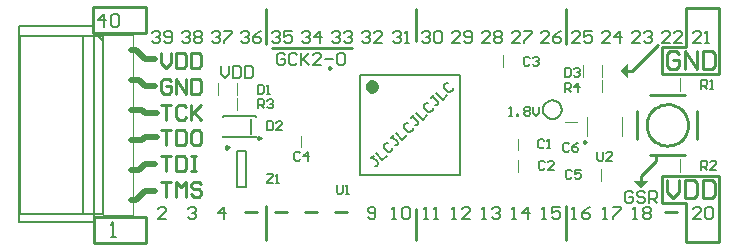
<source format=gto>
G04*
G04 #@! TF.GenerationSoftware,Altium Limited,Altium Designer,19.1.8 (144)*
G04*
G04 Layer_Color=65535*
%FSLAX25Y25*%
%MOIN*%
G70*
G01*
G75*
%ADD10C,0.00984*%
%ADD11C,0.02362*%
%ADD12C,0.01000*%
%ADD13C,0.00500*%
%ADD14C,0.00787*%
%ADD15C,0.00394*%
%ADD16C,0.02000*%
%ADD17C,0.00591*%
%ADD18C,0.00600*%
%ADD19C,0.00800*%
G36*
X202400Y16200D02*
X200000Y13800D01*
X197600Y16200D01*
X202400D01*
D02*
G37*
G36*
X195700Y50700D02*
X193300Y53100D01*
X195700Y55500D01*
Y50700D01*
D02*
G37*
D10*
X96492Y54000D02*
X95754Y54426D01*
Y53574D01*
X96492Y54000D01*
X62468Y27485D02*
X61730Y27911D01*
Y27059D01*
X62468Y27485D01*
X73092Y30600D02*
X72354Y31026D01*
Y30174D01*
X73092Y30600D01*
X181592Y29315D02*
X180854Y29741D01*
Y28889D01*
X181592Y29315D01*
D11*
X111386Y47795D02*
X110941Y48719D01*
X109942Y48947D01*
X109141Y48308D01*
Y47283D01*
X109942Y46644D01*
X110941Y46872D01*
X111386Y47795D01*
D12*
X215590Y35000D02*
X215516Y36003D01*
X215298Y36985D01*
X214938Y37924D01*
X214446Y38802D01*
X213831Y39598D01*
X213107Y40296D01*
X212289Y40881D01*
X211395Y41341D01*
X210443Y41666D01*
X209454Y41848D01*
X208448Y41885D01*
X207449Y41775D01*
X206475Y41521D01*
X205550Y41127D01*
X204691Y40603D01*
X203918Y39960D01*
X203247Y39211D01*
X202692Y38372D01*
X202265Y37461D01*
X201975Y36498D01*
X201829Y35503D01*
Y34497D01*
X201975Y33502D01*
X202265Y32539D01*
X202692Y31628D01*
X203247Y30789D01*
X203918Y30040D01*
X204691Y29397D01*
X205550Y28873D01*
X206475Y28479D01*
X207449Y28225D01*
X208448Y28115D01*
X209454Y28152D01*
X210443Y28334D01*
X211395Y28659D01*
X212289Y29119D01*
X213107Y29704D01*
X213831Y30402D01*
X214446Y31198D01*
X214938Y32076D01*
X215298Y33015D01*
X215516Y33997D01*
X215590Y35000D01*
X202795Y45039D02*
X214605D01*
X198661Y30276D02*
Y39724D01*
X218739Y30276D02*
Y39724D01*
X202795Y24961D02*
X214605D01*
X197000Y53100D02*
X205650Y61750D01*
X194900Y53100D02*
X197000D01*
X17400Y65800D02*
X35000D01*
Y74200D01*
X17400D02*
X35000D01*
X17400Y65800D02*
Y74200D01*
X215000Y-4100D02*
Y9000D01*
X207000D02*
X215000D01*
X207000D02*
Y18000D01*
X226000D01*
Y-4100D02*
Y18000D01*
X215000Y-4100D02*
X226000D01*
X215000Y74100D02*
X226000D01*
Y52000D02*
Y74100D01*
X207000Y52000D02*
X226000D01*
X207000D02*
Y61000D01*
X215000D01*
Y74100D01*
X200000Y16000D02*
Y17900D01*
X205000Y22900D01*
X75000Y62000D02*
Y73500D01*
X125000Y63000D02*
Y73500D01*
X175000Y62000D02*
Y73500D01*
Y-3500D02*
Y8000D01*
X125000Y-3500D02*
Y7000D01*
X205000Y22900D02*
Y24961D01*
X77000Y60500D02*
X103500D01*
X75000Y-3500D02*
Y8000D01*
X17500Y-4200D02*
Y4200D01*
X35000D01*
Y-4200D02*
Y4200D01*
X17500Y-4200D02*
X35000D01*
X208000Y6001D02*
X211999D01*
X98000D02*
X101999D01*
X88000D02*
X91999D01*
X78000D02*
X81999D01*
X68000D02*
X71999D01*
X208500Y16498D02*
Y12499D01*
X210499Y10500D01*
X212499Y12499D01*
Y16498D01*
X214498D02*
Y10500D01*
X217497D01*
X218497Y11500D01*
Y15498D01*
X217497Y16498D01*
X214498D01*
X220496D02*
Y10500D01*
X223495D01*
X224495Y11500D01*
Y15498D01*
X223495Y16498D01*
X220496D01*
X212499Y58498D02*
X211499Y59498D01*
X209500D01*
X208500Y58498D01*
Y54500D01*
X209500Y53500D01*
X211499D01*
X212499Y54500D01*
Y56499D01*
X210499D01*
X214498Y53500D02*
Y59498D01*
X218497Y53500D01*
Y59498D01*
X220496D02*
Y53500D01*
X223495D01*
X224495Y54500D01*
Y58498D01*
X223495Y59498D01*
X220496D01*
X40000Y15998D02*
X43332D01*
X41666D01*
Y11000D01*
X44998D02*
Y15998D01*
X46665Y14332D01*
X48331Y15998D01*
Y11000D01*
X53329Y15165D02*
X52496Y15998D01*
X50830D01*
X49997Y15165D01*
Y14332D01*
X50830Y13499D01*
X52496D01*
X53329Y12666D01*
Y11833D01*
X52496Y11000D01*
X50830D01*
X49997Y11833D01*
X40000Y24598D02*
X43332D01*
X41666D01*
Y19600D01*
X44998Y24598D02*
Y19600D01*
X47498D01*
X48331Y20433D01*
Y23765D01*
X47498Y24598D01*
X44998D01*
X49997D02*
X51663D01*
X50830D01*
Y19600D01*
X49997D01*
X51663D01*
X40000Y33198D02*
X43332D01*
X41666D01*
Y28200D01*
X44998Y33198D02*
Y28200D01*
X47498D01*
X48331Y29033D01*
Y32365D01*
X47498Y33198D01*
X44998D01*
X52496D02*
X50830D01*
X49997Y32365D01*
Y29033D01*
X50830Y28200D01*
X52496D01*
X53329Y29033D01*
Y32365D01*
X52496Y33198D01*
X40000Y41798D02*
X43332D01*
X41666D01*
Y36800D01*
X48331Y40965D02*
X47498Y41798D01*
X45831D01*
X44998Y40965D01*
Y37633D01*
X45831Y36800D01*
X47498D01*
X48331Y37633D01*
X49997Y41798D02*
Y36800D01*
Y38466D01*
X53329Y41798D01*
X50830Y39299D01*
X53329Y36800D01*
X43332Y49565D02*
X42499Y50398D01*
X40833D01*
X40000Y49565D01*
Y46233D01*
X40833Y45400D01*
X42499D01*
X43332Y46233D01*
Y47899D01*
X41666D01*
X44998Y45400D02*
Y50398D01*
X48331Y45400D01*
Y50398D01*
X49997D02*
Y45400D01*
X52496D01*
X53329Y46233D01*
Y49565D01*
X52496Y50398D01*
X49997D01*
X40000Y58998D02*
Y55666D01*
X41666Y54000D01*
X43332Y55666D01*
Y58998D01*
X44998D02*
Y54000D01*
X47498D01*
X48331Y54833D01*
Y58165D01*
X47498Y58998D01*
X44998D01*
X49997D02*
Y54000D01*
X52496D01*
X53329Y54833D01*
Y58165D01*
X52496Y58998D01*
X49997D01*
D13*
X173550Y40100D02*
X173396Y41073D01*
X172948Y41951D01*
X172251Y42648D01*
X171373Y43095D01*
X170400Y43250D01*
X169427Y43095D01*
X168549Y42648D01*
X167852Y41951D01*
X167404Y41073D01*
X167250Y40100D01*
X167404Y39127D01*
X167852Y38249D01*
X168549Y37552D01*
X169427Y37104D01*
X170400Y36950D01*
X171373Y37104D01*
X172251Y37552D01*
X172948Y38249D01*
X173396Y39127D01*
X173550Y40100D01*
X-7200Y5300D02*
X13800D01*
X-7200D02*
Y64700D01*
X13800D01*
X20500D01*
X13800Y5300D02*
Y64700D01*
X20500Y57500D02*
Y64700D01*
X18833Y64600D02*
X20500Y62933D01*
Y5300D02*
Y57500D01*
X13800Y5300D02*
X20500D01*
X69750Y32100D02*
Y37100D01*
X60550Y38100D02*
X71550D01*
X60550Y31100D02*
X71550D01*
X60550Y37800D02*
Y38100D01*
X71550Y37800D02*
Y38100D01*
X60550Y31100D02*
Y31400D01*
X71550Y31100D02*
Y31400D01*
X174500Y46000D02*
Y48999D01*
X175999D01*
X176499Y48499D01*
Y47499D01*
X175999Y47000D01*
X174500D01*
X175500D02*
X176499Y46000D01*
X178999D02*
Y48999D01*
X177499Y47499D01*
X179498D01*
X174500Y53999D02*
Y51000D01*
X175999D01*
X176499Y51500D01*
Y53499D01*
X175999Y53999D01*
X174500D01*
X177499Y53499D02*
X177999Y53999D01*
X178999D01*
X179498Y53499D01*
Y52999D01*
X178999Y52500D01*
X178499D01*
X178999D01*
X179498Y52000D01*
Y51500D01*
X178999Y51000D01*
X177999D01*
X177499Y51500D01*
X75300Y36299D02*
Y33300D01*
X76799D01*
X77299Y33800D01*
Y35799D01*
X76799Y36299D01*
X75300D01*
X80298Y33300D02*
X78299D01*
X80298Y35299D01*
Y35799D01*
X79799Y36299D01*
X78799D01*
X78299Y35799D01*
X75100Y18599D02*
X77099D01*
Y18099D01*
X75100Y16100D01*
Y15600D01*
X77099D01*
X78099D02*
X79099D01*
X78599D01*
Y18599D01*
X78099Y18099D01*
X156000Y38000D02*
X157000D01*
X156500D01*
Y40999D01*
X156000Y40499D01*
X158499Y38000D02*
Y38500D01*
X158999D01*
Y38000D01*
X158499D01*
X160998Y40499D02*
X161498Y40999D01*
X162498D01*
X162998Y40499D01*
Y39999D01*
X162498Y39500D01*
X162998Y39000D01*
Y38500D01*
X162498Y38000D01*
X161498D01*
X160998Y38500D01*
Y39000D01*
X161498Y39500D01*
X160998Y39999D01*
Y40499D01*
X161498Y39500D02*
X162498D01*
X163997Y40999D02*
Y39000D01*
X164997Y38000D01*
X165997Y39000D01*
Y40999D01*
X72300Y40600D02*
Y43599D01*
X73800D01*
X74299Y43099D01*
Y42099D01*
X73800Y41600D01*
X72300D01*
X73300D02*
X74299Y40600D01*
X75299Y43099D02*
X75799Y43599D01*
X76799D01*
X77298Y43099D01*
Y42599D01*
X76799Y42099D01*
X76299D01*
X76799D01*
X77298Y41600D01*
Y41100D01*
X76799Y40600D01*
X75799D01*
X75299Y41100D01*
X72100Y48399D02*
Y45400D01*
X73599D01*
X74099Y45900D01*
Y47899D01*
X73599Y48399D01*
X72100D01*
X75099Y45400D02*
X76099D01*
X75599D01*
Y48399D01*
X75099Y47899D01*
X175999Y28599D02*
X175499Y29099D01*
X174500D01*
X174000Y28599D01*
Y26600D01*
X174500Y26100D01*
X175499D01*
X175999Y26600D01*
X178998Y29099D02*
X177999Y28599D01*
X176999Y27599D01*
Y26600D01*
X177499Y26100D01*
X178499D01*
X178998Y26600D01*
Y27100D01*
X178499Y27599D01*
X176999D01*
X176799Y19499D02*
X176300Y19999D01*
X175300D01*
X174800Y19499D01*
Y17500D01*
X175300Y17000D01*
X176300D01*
X176799Y17500D01*
X179798Y19999D02*
X177799D01*
Y18499D01*
X178799Y18999D01*
X179299D01*
X179798Y18499D01*
Y17500D01*
X179299Y17000D01*
X178299D01*
X177799Y17500D01*
X185300Y26099D02*
Y23600D01*
X185800Y23100D01*
X186800D01*
X187299Y23600D01*
Y26099D01*
X190298Y23100D02*
X188299D01*
X190298Y25099D01*
Y25599D01*
X189799Y26099D01*
X188799D01*
X188299Y25599D01*
X220000Y20000D02*
Y22999D01*
X221499D01*
X221999Y22499D01*
Y21499D01*
X221499Y21000D01*
X220000D01*
X221000D02*
X221999Y20000D01*
X224998D02*
X222999D01*
X224998Y21999D01*
Y22499D01*
X224499Y22999D01*
X223499D01*
X222999Y22499D01*
X220000Y47000D02*
Y49999D01*
X221499D01*
X221999Y49499D01*
Y48500D01*
X221499Y48000D01*
X220000D01*
X221000D02*
X221999Y47000D01*
X222999D02*
X223999D01*
X223499D01*
Y49999D01*
X222999Y49499D01*
X86399Y25499D02*
X85900Y25999D01*
X84900D01*
X84400Y25499D01*
Y23500D01*
X84900Y23000D01*
X85900D01*
X86399Y23500D01*
X88899Y23000D02*
Y25999D01*
X87399Y24499D01*
X89398D01*
X162799Y57199D02*
X162300Y57699D01*
X161300D01*
X160800Y57199D01*
Y55200D01*
X161300Y54700D01*
X162300D01*
X162799Y55200D01*
X163799Y57199D02*
X164299Y57699D01*
X165299D01*
X165798Y57199D01*
Y56699D01*
X165299Y56200D01*
X164799D01*
X165299D01*
X165798Y55700D01*
Y55200D01*
X165299Y54700D01*
X164299D01*
X163799Y55200D01*
X167818Y22499D02*
X167318Y22999D01*
X166319D01*
X165819Y22499D01*
Y20500D01*
X166319Y20000D01*
X167318D01*
X167818Y20500D01*
X170817Y20000D02*
X168818D01*
X170817Y21999D01*
Y22499D01*
X170317Y22999D01*
X169318D01*
X168818Y22499D01*
X167718Y29799D02*
X167218Y30299D01*
X166219D01*
X165719Y29799D01*
Y27800D01*
X166219Y27300D01*
X167218D01*
X167718Y27800D01*
X168718Y27300D02*
X169718D01*
X169218D01*
Y30299D01*
X168718Y29799D01*
X98500Y14999D02*
Y12500D01*
X99000Y12000D01*
X99999D01*
X100499Y12500D01*
Y14999D01*
X101499Y12000D02*
X102499D01*
X101999D01*
Y14999D01*
X101499Y14499D01*
D14*
X106268Y18268D02*
Y51732D01*
X139732Y18268D02*
Y51732D01*
X106268D02*
X139732D01*
X106268Y18268D02*
X139732D01*
X65200Y26402D02*
X68200D01*
X65200Y14198D02*
X68200D01*
X65200D02*
Y26402D01*
X68200Y14198D02*
Y26402D01*
X-7500Y68000D02*
X17500D01*
Y2500D02*
Y68000D01*
X-7500Y2500D02*
X17500D01*
X-7500D02*
Y68000D01*
D15*
X20500Y5000D02*
Y65000D01*
Y5000D02*
X30500D01*
Y65000D01*
X20500D02*
X30500D01*
X187000Y51032D02*
Y54969D01*
X180602Y51032D02*
Y54969D01*
X187000Y45933D02*
Y50067D01*
X174531Y36115D02*
X178469D01*
X186600Y16446D02*
Y20383D01*
X65200Y39933D02*
Y44067D01*
X65200Y44932D02*
Y48869D01*
X58802Y44932D02*
Y48869D01*
X193605Y31365D02*
Y37665D01*
X181795Y31365D02*
Y37665D01*
X158819Y19432D02*
Y23369D01*
X213000Y46433D02*
Y50567D01*
Y19433D02*
Y23567D01*
X153800Y54431D02*
Y58368D01*
X158819Y26531D02*
Y30468D01*
X86681Y27531D02*
Y31468D01*
D16*
X30000Y10000D02*
X31500D01*
X30000Y20000D02*
X32500D01*
X30000Y30000D02*
X33500D01*
X31500Y10000D02*
X34500Y13000D01*
X38000D01*
X32500Y20000D02*
X34500Y22000D01*
X38000D01*
X33500Y30000D02*
X34500Y31000D01*
X38500D01*
X34500Y39000D02*
X38500D01*
X33500Y40000D02*
X34500Y39000D01*
Y48000D02*
X38000D01*
X32500Y50000D02*
X34500Y48000D01*
Y57000D02*
X38000D01*
X31500Y60000D02*
X34500Y57000D01*
X30000Y40000D02*
X33500D01*
X30000Y50000D02*
X32500D01*
X30000Y60000D02*
X31500D01*
D17*
X110758Y24811D02*
X110016Y24069D01*
X110387Y24440D01*
X112242Y22584D01*
Y21842D01*
X111871Y21471D01*
X111129D01*
X111500Y25553D02*
X113726Y23326D01*
X115211Y24811D01*
X115582Y28892D02*
X114840D01*
X114097Y28150D01*
X114097Y27408D01*
X115582Y25924D01*
X116324D01*
X117066Y26666D01*
X117066Y27408D01*
X117437Y31490D02*
X116695Y30748D01*
X117066Y31119D01*
X118921Y29263D01*
Y28521D01*
X118550Y28150D01*
X117808D01*
X118179Y32232D02*
X120406Y30006D01*
X121890Y31490D01*
X122261Y35572D02*
X121519D01*
X120777Y34829D01*
X120777Y34087D01*
X122261Y32603D01*
X123003D01*
X123745Y33345D01*
Y34087D01*
X124116Y38169D02*
X123374Y37427D01*
X123745Y37798D01*
X125601Y35943D01*
Y35201D01*
X125229Y34829D01*
X124487D01*
X124858Y38911D02*
X127085Y36685D01*
X128569Y38169D01*
X128940Y42251D02*
X128198D01*
X127456Y41509D01*
Y40766D01*
X128940Y39282D01*
X129682D01*
X130424Y40024D01*
Y40766D01*
X130795Y44848D02*
X130053Y44106D01*
X130424Y44477D01*
X132280Y42622D01*
Y41880D01*
X131909Y41509D01*
X131166D01*
X131537Y45590D02*
X133764Y43364D01*
X135248Y44848D01*
X135619Y48930D02*
X134877D01*
X134135Y48188D01*
X134135Y47446D01*
X135619Y45961D01*
X136361D01*
X137103Y46703D01*
X137103Y47446D01*
D18*
X219766Y3800D02*
X217100D01*
X219766Y6466D01*
Y7132D01*
X219099Y7799D01*
X217766D01*
X217100Y7132D01*
X221099D02*
X221765Y7799D01*
X223098D01*
X223764Y7132D01*
Y4466D01*
X223098Y3800D01*
X221765D01*
X221099Y4466D01*
Y7132D01*
X220066Y62200D02*
X217400D01*
X220066Y64866D01*
Y65532D01*
X219399Y66199D01*
X218066D01*
X217400Y65532D01*
X221399Y62200D02*
X222732D01*
X222065D01*
Y66199D01*
X221399Y65532D01*
X197100Y3800D02*
X198433D01*
X197766D01*
Y7799D01*
X197100Y7132D01*
X200432D02*
X201099Y7799D01*
X202432D01*
X203098Y7132D01*
Y6466D01*
X202432Y5799D01*
X203098Y5133D01*
Y4466D01*
X202432Y3800D01*
X201099D01*
X200432Y4466D01*
Y5133D01*
X201099Y5799D01*
X200432Y6466D01*
Y7132D01*
X201099Y5799D02*
X202432D01*
X77000Y65632D02*
X77666Y66299D01*
X78999D01*
X79666Y65632D01*
Y64966D01*
X78999Y64299D01*
X78333D01*
X78999D01*
X79666Y63633D01*
Y62966D01*
X78999Y62300D01*
X77666D01*
X77000Y62966D01*
X83665Y66299D02*
X80999D01*
Y64299D01*
X82332Y64966D01*
X82998D01*
X83665Y64299D01*
Y62966D01*
X82998Y62300D01*
X81665D01*
X80999Y62966D01*
X87000Y65632D02*
X87666Y66299D01*
X88999D01*
X89666Y65632D01*
Y64966D01*
X88999Y64299D01*
X88333D01*
X88999D01*
X89666Y63633D01*
Y62966D01*
X88999Y62300D01*
X87666D01*
X87000Y62966D01*
X92998Y62300D02*
Y66299D01*
X90999Y64299D01*
X93664D01*
X97000Y65632D02*
X97666Y66299D01*
X98999D01*
X99666Y65632D01*
Y64966D01*
X98999Y64299D01*
X98333D01*
X98999D01*
X99666Y63633D01*
Y62966D01*
X98999Y62300D01*
X97666D01*
X97000Y62966D01*
X100999Y65632D02*
X101665Y66299D01*
X102998D01*
X103665Y65632D01*
Y64966D01*
X102998Y64299D01*
X102332D01*
X102998D01*
X103665Y63633D01*
Y62966D01*
X102998Y62300D01*
X101665D01*
X100999Y62966D01*
X41666Y3800D02*
X39000D01*
X41666Y6466D01*
Y7132D01*
X40999Y7799D01*
X39666D01*
X39000Y7132D01*
X49000D02*
X49666Y7799D01*
X50999D01*
X51666Y7132D01*
Y6466D01*
X50999Y5799D01*
X50333D01*
X50999D01*
X51666Y5133D01*
Y4466D01*
X50999Y3800D01*
X49666D01*
X49000Y4466D01*
X37000Y65632D02*
X37666Y66299D01*
X38999D01*
X39666Y65632D01*
Y64966D01*
X38999Y64299D01*
X38333D01*
X38999D01*
X39666Y63633D01*
Y62966D01*
X38999Y62300D01*
X37666D01*
X37000Y62966D01*
X40999D02*
X41665Y62300D01*
X42998D01*
X43665Y62966D01*
Y65632D01*
X42998Y66299D01*
X41665D01*
X40999Y65632D01*
Y64966D01*
X41665Y64299D01*
X43665D01*
X47000Y65632D02*
X47666Y66299D01*
X48999D01*
X49666Y65632D01*
Y64966D01*
X48999Y64299D01*
X48333D01*
X48999D01*
X49666Y63633D01*
Y62966D01*
X48999Y62300D01*
X47666D01*
X47000Y62966D01*
X50999Y65632D02*
X51665Y66299D01*
X52998D01*
X53664Y65632D01*
Y64966D01*
X52998Y64299D01*
X53664Y63633D01*
Y62966D01*
X52998Y62300D01*
X51665D01*
X50999Y62966D01*
Y63633D01*
X51665Y64299D01*
X50999Y64966D01*
Y65632D01*
X51665Y64299D02*
X52998D01*
X57000Y65632D02*
X57666Y66299D01*
X58999D01*
X59666Y65632D01*
Y64966D01*
X58999Y64299D01*
X58333D01*
X58999D01*
X59666Y63633D01*
Y62966D01*
X58999Y62300D01*
X57666D01*
X57000Y62966D01*
X60999Y66299D02*
X63665D01*
Y65632D01*
X60999Y62966D01*
Y62300D01*
X107000Y65632D02*
X107667Y66299D01*
X108999D01*
X109666Y65632D01*
Y64966D01*
X108999Y64299D01*
X108333D01*
X108999D01*
X109666Y63633D01*
Y62966D01*
X108999Y62300D01*
X107667D01*
X107000Y62966D01*
X113664Y62300D02*
X110999D01*
X113664Y64966D01*
Y65632D01*
X112998Y66299D01*
X111665D01*
X110999Y65632D01*
X139666Y62300D02*
X137000D01*
X139666Y64966D01*
Y65632D01*
X138999Y66299D01*
X137666D01*
X137000Y65632D01*
X140999Y62966D02*
X141665Y62300D01*
X142998D01*
X143665Y62966D01*
Y65632D01*
X142998Y66299D01*
X141665D01*
X140999Y65632D01*
Y64966D01*
X141665Y64299D01*
X143665D01*
X149666Y62300D02*
X147000D01*
X149666Y64966D01*
Y65632D01*
X148999Y66299D01*
X147667D01*
X147000Y65632D01*
X150999D02*
X151665Y66299D01*
X152998D01*
X153665Y65632D01*
Y64966D01*
X152998Y64299D01*
X153665Y63633D01*
Y62966D01*
X152998Y62300D01*
X151665D01*
X150999Y62966D01*
Y63633D01*
X151665Y64299D01*
X150999Y64966D01*
Y65632D01*
X151665Y64299D02*
X152998D01*
X159666Y62300D02*
X157000D01*
X159666Y64966D01*
Y65632D01*
X158999Y66299D01*
X157667D01*
X157000Y65632D01*
X160999Y66299D02*
X163664D01*
Y65632D01*
X160999Y62966D01*
Y62300D01*
X209666D02*
X207000D01*
X209666Y64966D01*
Y65632D01*
X208999Y66299D01*
X207666D01*
X207000Y65632D01*
X213665Y62300D02*
X210999D01*
X213665Y64966D01*
Y65632D01*
X212998Y66299D01*
X211665D01*
X210999Y65632D01*
X199666Y62300D02*
X197000D01*
X199666Y64966D01*
Y65632D01*
X198999Y66299D01*
X197667D01*
X197000Y65632D01*
X200999D02*
X201665Y66299D01*
X202998D01*
X203664Y65632D01*
Y64966D01*
X202998Y64299D01*
X202332D01*
X202998D01*
X203664Y63633D01*
Y62966D01*
X202998Y62300D01*
X201665D01*
X200999Y62966D01*
X189666Y62300D02*
X187000D01*
X189666Y64966D01*
Y65632D01*
X188999Y66299D01*
X187666D01*
X187000Y65632D01*
X192998Y62300D02*
Y66299D01*
X190999Y64299D01*
X193665D01*
X187100Y3800D02*
X188433D01*
X187767D01*
Y7799D01*
X187100Y7132D01*
X190432Y7799D02*
X193098D01*
Y7132D01*
X190432Y4466D01*
Y3800D01*
X137000D02*
X138333D01*
X137666D01*
Y7799D01*
X137000Y7132D01*
X142998Y3800D02*
X140332D01*
X142998Y6466D01*
Y7132D01*
X142332Y7799D01*
X140999D01*
X140332Y7132D01*
X147000Y3800D02*
X148333D01*
X147667D01*
Y7799D01*
X147000Y7132D01*
X150332D02*
X150999Y7799D01*
X152332D01*
X152998Y7132D01*
Y6466D01*
X152332Y5799D01*
X151665D01*
X152332D01*
X152998Y5133D01*
Y4466D01*
X152332Y3800D01*
X150999D01*
X150332Y4466D01*
X157000Y3800D02*
X158333D01*
X157667D01*
Y7799D01*
X157000Y7132D01*
X162332Y3800D02*
Y7799D01*
X160332Y5799D01*
X162998D01*
X108800Y4450D02*
X109450Y3800D01*
X110749D01*
X111399Y4450D01*
Y7049D01*
X110749Y7699D01*
X109450D01*
X108800Y7049D01*
Y6399D01*
X109450Y5749D01*
X111399D01*
X60999Y3800D02*
Y7799D01*
X59000Y5799D01*
X61666D01*
X60000Y54499D02*
Y51833D01*
X61333Y50500D01*
X62666Y51833D01*
Y54499D01*
X63999D02*
Y50500D01*
X65998D01*
X66664Y51166D01*
Y53832D01*
X65998Y54499D01*
X63999D01*
X67997D02*
Y50500D01*
X69997D01*
X70663Y51166D01*
Y53832D01*
X69997Y54499D01*
X67997D01*
X197366Y12332D02*
X196699Y12999D01*
X195367D01*
X194700Y12332D01*
Y9667D01*
X195367Y9000D01*
X196699D01*
X197366Y9667D01*
Y10999D01*
X196033D01*
X201364Y12332D02*
X200698Y12999D01*
X199365D01*
X198699Y12332D01*
Y11666D01*
X199365Y10999D01*
X200698D01*
X201364Y10333D01*
Y9667D01*
X200698Y9000D01*
X199365D01*
X198699Y9667D01*
X202697Y9000D02*
Y12999D01*
X204697D01*
X205363Y12332D01*
Y10999D01*
X204697Y10333D01*
X202697D01*
X204030D02*
X205363Y9000D01*
X117200Y65632D02*
X117867Y66299D01*
X119199D01*
X119866Y65632D01*
Y64966D01*
X119199Y64299D01*
X118533D01*
X119199D01*
X119866Y63633D01*
Y62966D01*
X119199Y62300D01*
X117867D01*
X117200Y62966D01*
X121199Y62300D02*
X122532D01*
X121865D01*
Y66299D01*
X121199Y65632D01*
X169166Y62300D02*
X166500D01*
X169166Y64966D01*
Y65632D01*
X168499Y66299D01*
X167166D01*
X166500Y65632D01*
X173164Y66299D02*
X171832Y65632D01*
X170499Y64299D01*
Y62966D01*
X171165Y62300D01*
X172498D01*
X173164Y62966D01*
Y63633D01*
X172498Y64299D01*
X170499D01*
X167000Y3800D02*
X168333D01*
X167666D01*
Y7799D01*
X167000Y7132D01*
X172998Y7799D02*
X170332D01*
Y5799D01*
X171665Y6466D01*
X172332D01*
X172998Y5799D01*
Y4466D01*
X172332Y3800D01*
X170999D01*
X170332Y4466D01*
X117000Y3800D02*
X118333D01*
X117666D01*
Y7799D01*
X117000Y7132D01*
X120332D02*
X120999Y7799D01*
X122332D01*
X122998Y7132D01*
Y4466D01*
X122332Y3800D01*
X120999D01*
X120332Y4466D01*
Y7132D01*
X66500Y65632D02*
X67166Y66299D01*
X68499D01*
X69166Y65632D01*
Y64966D01*
X68499Y64299D01*
X67833D01*
X68499D01*
X69166Y63633D01*
Y62966D01*
X68499Y62300D01*
X67166D01*
X66500Y62966D01*
X73164Y66299D02*
X71832Y65632D01*
X70499Y64299D01*
Y62966D01*
X71165Y62300D01*
X72498D01*
X73164Y62966D01*
Y63633D01*
X72498Y64299D01*
X70499D01*
X127000Y65632D02*
X127666Y66299D01*
X128999D01*
X129666Y65632D01*
Y64966D01*
X128999Y64299D01*
X128333D01*
X128999D01*
X129666Y63633D01*
Y62966D01*
X128999Y62300D01*
X127666D01*
X127000Y62966D01*
X130999Y65632D02*
X131665Y66299D01*
X132998D01*
X133665Y65632D01*
Y62966D01*
X132998Y62300D01*
X131665D01*
X130999Y62966D01*
Y65632D01*
X179666Y62300D02*
X177000D01*
X179666Y64966D01*
Y65632D01*
X178999Y66299D01*
X177666D01*
X177000Y65632D01*
X183665Y66299D02*
X180999D01*
Y64299D01*
X182332Y64966D01*
X182998D01*
X183665Y64299D01*
Y62966D01*
X182998Y62300D01*
X181665D01*
X180999Y62966D01*
X177000Y3800D02*
X178333D01*
X177666D01*
Y7799D01*
X177000Y7132D01*
X182998Y7799D02*
X181665Y7132D01*
X180332Y5799D01*
Y4466D01*
X180999Y3800D01*
X182332D01*
X182998Y4466D01*
Y5133D01*
X182332Y5799D01*
X180332D01*
X127500Y3800D02*
X128833D01*
X128166D01*
Y7799D01*
X127500Y7132D01*
X130832Y3800D02*
X132165D01*
X131499D01*
Y7799D01*
X130832Y7132D01*
X81166Y58332D02*
X80499Y58999D01*
X79166D01*
X78500Y58332D01*
Y55666D01*
X79166Y55000D01*
X80499D01*
X81166Y55666D01*
Y56999D01*
X79833D01*
X85164Y58332D02*
X84498Y58999D01*
X83165D01*
X82499Y58332D01*
Y55666D01*
X83165Y55000D01*
X84498D01*
X85164Y55666D01*
X86497Y58999D02*
Y55000D01*
Y56333D01*
X89163Y58999D01*
X87164Y56999D01*
X89163Y55000D01*
X93162D02*
X90496D01*
X93162Y57666D01*
Y58332D01*
X92496Y58999D01*
X91163D01*
X90496Y58332D01*
X94495Y56999D02*
X97161D01*
X98494Y58332D02*
X99160Y58999D01*
X100493D01*
X101159Y58332D01*
Y55666D01*
X100493Y55000D01*
X99160D01*
X98494Y55666D01*
Y58332D01*
D19*
X20949Y67700D02*
Y71999D01*
X18800Y69849D01*
X21666D01*
X23099Y71282D02*
X23815Y71999D01*
X25248D01*
X25964Y71282D01*
Y68416D01*
X25248Y67700D01*
X23815D01*
X23099Y68416D01*
Y71282D01*
X23100Y-2500D02*
X24766D01*
X23933D01*
Y2498D01*
X23100Y1665D01*
M02*

</source>
